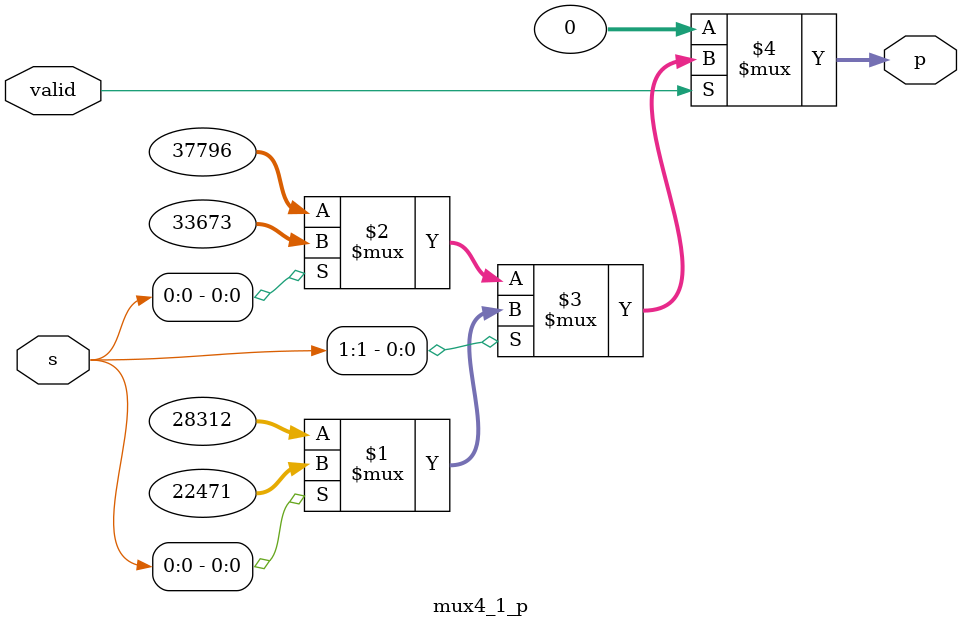
<source format=sv>
module mux4_1_p #(
    parameter int P_A = 32'd37796, // A
    parameter int P_G = 32'd33673, // G
    parameter int P_E = 32'd28312, // E
    parameter int P_C = 32'd22471  // C
)(
    input  logic [1:0] s,
    input  logic       valid,
    output logic [31:0] p
);
    assign p = valid ?
                  (s[1] ? (s[0] ? P_C : P_E)
                        : (s[0] ? P_G : P_A))
                : 32'd0; // if no key pressed, output 0
endmodule

</source>
